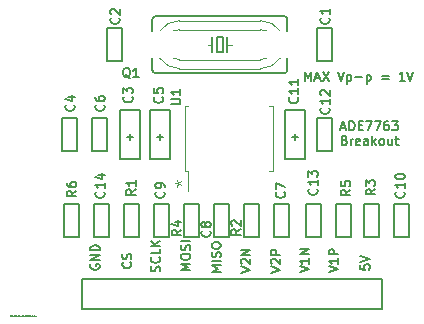
<source format=gto>
G04 #@! TF.GenerationSoftware,KiCad,Pcbnew,(5.99.0-8018-g9a0f685a75)*
G04 #@! TF.CreationDate,2021-09-12T19:48:39+09:30*
G04 #@! TF.ProjectId,ADE7763_Breakout,41444537-3736-4335-9f42-7265616b6f75,rev?*
G04 #@! TF.SameCoordinates,Original*
G04 #@! TF.FileFunction,Legend,Top*
G04 #@! TF.FilePolarity,Positive*
%FSLAX46Y46*%
G04 Gerber Fmt 4.6, Leading zero omitted, Abs format (unit mm)*
G04 Created by KiCad (PCBNEW (5.99.0-8018-g9a0f685a75)) date 2021-09-12 19:48:39*
%MOMM*%
%LPD*%
G01*
G04 APERTURE LIST*
%ADD10C,0.162560*%
%ADD11C,0.004064*%
%ADD12C,0.200000*%
%ADD13C,0.076200*%
%ADD14C,0.120000*%
%ADD15C,0.127000*%
%ADD16C,0.050800*%
%ADD17C,0.152400*%
G04 APERTURE END LIST*
D10*
X139818191Y-113919854D02*
X139854960Y-113956623D01*
X139891730Y-114066932D01*
X139891730Y-114140471D01*
X139854960Y-114250779D01*
X139781421Y-114324318D01*
X139707882Y-114361088D01*
X139560804Y-114397857D01*
X139450496Y-114397857D01*
X139303418Y-114361088D01*
X139229879Y-114324318D01*
X139156340Y-114250779D01*
X139119570Y-114140471D01*
X139119570Y-114066932D01*
X139156340Y-113956623D01*
X139193109Y-113919854D01*
X139854960Y-113625697D02*
X139891730Y-113515389D01*
X139891730Y-113331541D01*
X139854960Y-113258002D01*
X139818191Y-113221233D01*
X139744652Y-113184463D01*
X139671113Y-113184463D01*
X139597574Y-113221233D01*
X139560804Y-113258002D01*
X139524035Y-113331541D01*
X139487265Y-113478619D01*
X139450496Y-113552158D01*
X139413726Y-113588928D01*
X139340187Y-113625697D01*
X139266648Y-113625697D01*
X139193109Y-113588928D01*
X139156340Y-113552158D01*
X139119570Y-113478619D01*
X139119570Y-113294772D01*
X139156340Y-113184463D01*
X147460930Y-114691288D02*
X146688770Y-114691288D01*
X147240313Y-114433901D01*
X146688770Y-114176515D01*
X147460930Y-114176515D01*
X147460930Y-113808819D02*
X146688770Y-113808819D01*
X147424160Y-113477894D02*
X147460930Y-113367585D01*
X147460930Y-113183737D01*
X147424160Y-113110198D01*
X147387391Y-113073429D01*
X147313852Y-113036659D01*
X147240313Y-113036659D01*
X147166774Y-113073429D01*
X147130004Y-113110198D01*
X147093235Y-113183737D01*
X147056465Y-113330816D01*
X147019696Y-113404355D01*
X146982926Y-113441124D01*
X146909387Y-113477894D01*
X146835848Y-113477894D01*
X146762309Y-113441124D01*
X146725540Y-113404355D01*
X146688770Y-113330816D01*
X146688770Y-113146968D01*
X146725540Y-113036659D01*
X146688770Y-112558656D02*
X146688770Y-112411577D01*
X146725540Y-112338038D01*
X146799079Y-112264499D01*
X146946157Y-112227730D01*
X147203543Y-112227730D01*
X147350621Y-112264499D01*
X147424160Y-112338038D01*
X147460930Y-112411577D01*
X147460930Y-112558656D01*
X147424160Y-112632195D01*
X147350621Y-112705734D01*
X147203543Y-112742503D01*
X146946157Y-112742503D01*
X146799079Y-112705734D01*
X146725540Y-112632195D01*
X146688770Y-112558656D01*
D11*
X129657809Y-118453705D02*
X129655511Y-118456003D01*
X129648616Y-118458301D01*
X129644020Y-118458301D01*
X129637126Y-118456003D01*
X129632530Y-118451407D01*
X129630232Y-118446811D01*
X129627933Y-118437619D01*
X129627933Y-118430724D01*
X129630232Y-118421532D01*
X129632530Y-118416936D01*
X129637126Y-118412340D01*
X129644020Y-118410041D01*
X129648616Y-118410041D01*
X129655511Y-118412340D01*
X129657809Y-118414638D01*
X129678492Y-118453705D02*
X129680790Y-118456003D01*
X129678492Y-118458301D01*
X129676193Y-118456003D01*
X129678492Y-118453705D01*
X129678492Y-118458301D01*
X129678492Y-118428426D02*
X129680790Y-118430724D01*
X129678492Y-118433022D01*
X129676193Y-118430724D01*
X129678492Y-118428426D01*
X129678492Y-118433022D01*
X129735944Y-118407743D02*
X129694578Y-118469792D01*
X129752031Y-118410041D02*
X129752031Y-118449109D01*
X129754329Y-118453705D01*
X129756627Y-118456003D01*
X129761223Y-118458301D01*
X129770415Y-118458301D01*
X129775012Y-118456003D01*
X129777310Y-118453705D01*
X129779608Y-118449109D01*
X129779608Y-118410041D01*
X129800291Y-118456003D02*
X129804887Y-118458301D01*
X129814079Y-118458301D01*
X129818675Y-118456003D01*
X129820973Y-118451407D01*
X129820973Y-118449109D01*
X129818675Y-118444513D01*
X129814079Y-118442215D01*
X129807185Y-118442215D01*
X129802589Y-118439917D01*
X129800291Y-118435320D01*
X129800291Y-118433022D01*
X129802589Y-118428426D01*
X129807185Y-118426128D01*
X129814079Y-118426128D01*
X129818675Y-118428426D01*
X129860041Y-118456003D02*
X129855445Y-118458301D01*
X129846253Y-118458301D01*
X129841656Y-118456003D01*
X129839358Y-118451407D01*
X129839358Y-118433022D01*
X129841656Y-118428426D01*
X129846253Y-118426128D01*
X129855445Y-118426128D01*
X129860041Y-118428426D01*
X129862339Y-118433022D01*
X129862339Y-118437619D01*
X129839358Y-118442215D01*
X129883022Y-118458301D02*
X129883022Y-118426128D01*
X129883022Y-118435320D02*
X129885320Y-118430724D01*
X129887618Y-118428426D01*
X129892214Y-118426128D01*
X129896811Y-118426128D01*
X129910599Y-118456003D02*
X129915195Y-118458301D01*
X129924388Y-118458301D01*
X129928984Y-118456003D01*
X129931282Y-118451407D01*
X129931282Y-118449109D01*
X129928984Y-118444513D01*
X129924388Y-118442215D01*
X129917493Y-118442215D01*
X129912897Y-118439917D01*
X129910599Y-118435320D01*
X129910599Y-118433022D01*
X129912897Y-118428426D01*
X129917493Y-118426128D01*
X129924388Y-118426128D01*
X129928984Y-118428426D01*
X129986436Y-118407743D02*
X129945071Y-118469792D01*
X129995629Y-118426128D02*
X130014013Y-118426128D01*
X130002523Y-118410041D02*
X130002523Y-118451407D01*
X130004821Y-118456003D01*
X130009417Y-118458301D01*
X130014013Y-118458301D01*
X130030100Y-118458301D02*
X130030100Y-118426128D01*
X130030100Y-118410041D02*
X130027802Y-118412340D01*
X130030100Y-118414638D01*
X130032398Y-118412340D01*
X130030100Y-118410041D01*
X130030100Y-118414638D01*
X130050783Y-118456003D02*
X130055379Y-118458301D01*
X130064572Y-118458301D01*
X130069168Y-118456003D01*
X130071466Y-118451407D01*
X130071466Y-118449109D01*
X130069168Y-118444513D01*
X130064572Y-118442215D01*
X130057677Y-118442215D01*
X130053081Y-118439917D01*
X130050783Y-118435320D01*
X130050783Y-118433022D01*
X130053081Y-118428426D01*
X130057677Y-118426128D01*
X130064572Y-118426128D01*
X130069168Y-118428426D01*
X130092149Y-118458301D02*
X130092149Y-118410041D01*
X130112832Y-118458301D02*
X130112832Y-118433022D01*
X130110533Y-118428426D01*
X130105937Y-118426128D01*
X130099043Y-118426128D01*
X130094447Y-118428426D01*
X130092149Y-118430724D01*
X130156495Y-118458301D02*
X130156495Y-118433022D01*
X130154197Y-118428426D01*
X130149601Y-118426128D01*
X130140409Y-118426128D01*
X130135813Y-118428426D01*
X130156495Y-118456003D02*
X130151899Y-118458301D01*
X130140409Y-118458301D01*
X130135813Y-118456003D01*
X130133514Y-118451407D01*
X130133514Y-118446811D01*
X130135813Y-118442215D01*
X130140409Y-118439917D01*
X130151899Y-118439917D01*
X130156495Y-118437619D01*
X130179476Y-118458301D02*
X130179476Y-118426128D01*
X130179476Y-118430724D02*
X130181774Y-118428426D01*
X130186371Y-118426128D01*
X130193265Y-118426128D01*
X130197861Y-118428426D01*
X130200159Y-118433022D01*
X130200159Y-118458301D01*
X130200159Y-118433022D02*
X130202457Y-118428426D01*
X130207053Y-118426128D01*
X130213948Y-118426128D01*
X130218544Y-118428426D01*
X130220842Y-118433022D01*
X130220842Y-118458301D01*
X130278294Y-118407743D02*
X130236929Y-118469792D01*
X130294381Y-118458301D02*
X130294381Y-118410041D01*
X130312766Y-118410041D01*
X130317362Y-118412340D01*
X130319660Y-118414638D01*
X130321958Y-118419234D01*
X130321958Y-118426128D01*
X130319660Y-118430724D01*
X130317362Y-118433022D01*
X130312766Y-118435320D01*
X130294381Y-118435320D01*
X130342641Y-118458301D02*
X130342641Y-118426128D01*
X130342641Y-118410041D02*
X130340343Y-118412340D01*
X130342641Y-118414638D01*
X130344939Y-118412340D01*
X130342641Y-118410041D01*
X130342641Y-118414638D01*
X130386305Y-118456003D02*
X130381709Y-118458301D01*
X130372516Y-118458301D01*
X130367920Y-118456003D01*
X130365622Y-118453705D01*
X130363324Y-118449109D01*
X130363324Y-118435320D01*
X130365622Y-118430724D01*
X130367920Y-118428426D01*
X130372516Y-118426128D01*
X130381709Y-118426128D01*
X130386305Y-118428426D01*
X130400093Y-118426128D02*
X130418478Y-118426128D01*
X130406988Y-118410041D02*
X130406988Y-118451407D01*
X130409286Y-118456003D01*
X130413882Y-118458301D01*
X130418478Y-118458301D01*
X130455248Y-118426128D02*
X130455248Y-118458301D01*
X130434565Y-118426128D02*
X130434565Y-118451407D01*
X130436863Y-118456003D01*
X130441459Y-118458301D01*
X130448353Y-118458301D01*
X130452950Y-118456003D01*
X130455248Y-118453705D01*
X130478229Y-118458301D02*
X130478229Y-118426128D01*
X130478229Y-118435320D02*
X130480527Y-118430724D01*
X130482825Y-118428426D01*
X130487421Y-118426128D01*
X130492017Y-118426128D01*
X130526489Y-118456003D02*
X130521893Y-118458301D01*
X130512700Y-118458301D01*
X130508104Y-118456003D01*
X130505806Y-118451407D01*
X130505806Y-118433022D01*
X130508104Y-118428426D01*
X130512700Y-118426128D01*
X130521893Y-118426128D01*
X130526489Y-118428426D01*
X130528787Y-118433022D01*
X130528787Y-118437619D01*
X130505806Y-118442215D01*
X130547172Y-118456003D02*
X130551768Y-118458301D01*
X130560960Y-118458301D01*
X130565556Y-118456003D01*
X130567854Y-118451407D01*
X130567854Y-118449109D01*
X130565556Y-118444513D01*
X130560960Y-118442215D01*
X130554066Y-118442215D01*
X130549470Y-118439917D01*
X130547172Y-118435320D01*
X130547172Y-118433022D01*
X130549470Y-118428426D01*
X130554066Y-118426128D01*
X130560960Y-118426128D01*
X130565556Y-118428426D01*
X130623009Y-118407743D02*
X130581643Y-118469792D01*
X130636797Y-118444513D02*
X130659778Y-118444513D01*
X130632201Y-118458301D02*
X130648288Y-118410041D01*
X130664374Y-118458301D01*
X130680461Y-118458301D02*
X130680461Y-118426128D01*
X130680461Y-118435320D02*
X130682759Y-118430724D01*
X130685057Y-118428426D01*
X130689653Y-118426128D01*
X130694250Y-118426128D01*
X130703442Y-118426128D02*
X130721827Y-118426128D01*
X130710336Y-118410041D02*
X130710336Y-118451407D01*
X130712634Y-118456003D01*
X130717231Y-118458301D01*
X130721827Y-118458301D01*
X130733317Y-118426128D02*
X130742510Y-118458301D01*
X130751702Y-118435320D01*
X130760894Y-118458301D01*
X130770087Y-118426128D01*
X130795366Y-118458301D02*
X130790770Y-118456003D01*
X130788472Y-118453705D01*
X130786173Y-118449109D01*
X130786173Y-118435320D01*
X130788472Y-118430724D01*
X130790770Y-118428426D01*
X130795366Y-118426128D01*
X130802260Y-118426128D01*
X130806856Y-118428426D01*
X130809154Y-118430724D01*
X130811453Y-118435320D01*
X130811453Y-118449109D01*
X130809154Y-118453705D01*
X130806856Y-118456003D01*
X130802260Y-118458301D01*
X130795366Y-118458301D01*
X130832135Y-118458301D02*
X130832135Y-118426128D01*
X130832135Y-118435320D02*
X130834433Y-118430724D01*
X130836732Y-118428426D01*
X130841328Y-118426128D01*
X130845924Y-118426128D01*
X130862011Y-118458301D02*
X130862011Y-118410041D01*
X130866607Y-118439917D02*
X130880395Y-118458301D01*
X130880395Y-118426128D02*
X130862011Y-118444513D01*
X130935550Y-118407743D02*
X130894184Y-118469792D01*
X130947040Y-118426128D02*
X130956233Y-118458301D01*
X130965425Y-118435320D01*
X130974617Y-118458301D01*
X130983810Y-118426128D01*
X131002194Y-118458301D02*
X131002194Y-118410041D01*
X131022877Y-118458301D02*
X131022877Y-118433022D01*
X131020579Y-118428426D01*
X131015983Y-118426128D01*
X131009089Y-118426128D01*
X131004493Y-118428426D01*
X131002194Y-118430724D01*
X131066541Y-118458301D02*
X131066541Y-118433022D01*
X131064243Y-118428426D01*
X131059647Y-118426128D01*
X131050454Y-118426128D01*
X131045858Y-118428426D01*
X131066541Y-118456003D02*
X131061945Y-118458301D01*
X131050454Y-118458301D01*
X131045858Y-118456003D01*
X131043560Y-118451407D01*
X131043560Y-118446811D01*
X131045858Y-118442215D01*
X131050454Y-118439917D01*
X131061945Y-118439917D01*
X131066541Y-118437619D01*
X131082628Y-118426128D02*
X131101013Y-118426128D01*
X131089522Y-118410041D02*
X131089522Y-118451407D01*
X131091820Y-118456003D01*
X131096416Y-118458301D01*
X131101013Y-118458301D01*
X131117099Y-118426128D02*
X131117099Y-118458301D01*
X131117099Y-118430724D02*
X131119397Y-118428426D01*
X131123993Y-118426128D01*
X131130888Y-118426128D01*
X131135484Y-118428426D01*
X131137782Y-118433022D01*
X131137782Y-118458301D01*
X131160763Y-118458301D02*
X131160763Y-118426128D01*
X131160763Y-118410041D02*
X131158465Y-118412340D01*
X131160763Y-118414638D01*
X131163061Y-118412340D01*
X131160763Y-118410041D01*
X131160763Y-118414638D01*
X131204427Y-118456003D02*
X131199831Y-118458301D01*
X131190638Y-118458301D01*
X131186042Y-118456003D01*
X131183744Y-118453705D01*
X131181446Y-118449109D01*
X131181446Y-118435320D01*
X131183744Y-118430724D01*
X131186042Y-118428426D01*
X131190638Y-118426128D01*
X131199831Y-118426128D01*
X131204427Y-118428426D01*
X131225110Y-118458301D02*
X131225110Y-118410041D01*
X131229706Y-118439917D02*
X131243494Y-118458301D01*
X131243494Y-118426128D02*
X131225110Y-118444513D01*
X131252687Y-118462898D02*
X131289456Y-118462898D01*
X131319332Y-118456003D02*
X131314735Y-118458301D01*
X131305543Y-118458301D01*
X131300947Y-118456003D01*
X131298649Y-118451407D01*
X131298649Y-118433022D01*
X131300947Y-118428426D01*
X131305543Y-118426128D01*
X131314735Y-118426128D01*
X131319332Y-118428426D01*
X131321630Y-118433022D01*
X131321630Y-118437619D01*
X131298649Y-118442215D01*
X131349207Y-118458301D02*
X131344611Y-118456003D01*
X131342313Y-118451407D01*
X131342313Y-118410041D01*
X131385976Y-118456003D02*
X131381380Y-118458301D01*
X131372188Y-118458301D01*
X131367592Y-118456003D01*
X131365293Y-118451407D01*
X131365293Y-118433022D01*
X131367592Y-118428426D01*
X131372188Y-118426128D01*
X131381380Y-118426128D01*
X131385976Y-118428426D01*
X131388274Y-118433022D01*
X131388274Y-118437619D01*
X131365293Y-118442215D01*
X131429640Y-118456003D02*
X131425044Y-118458301D01*
X131415852Y-118458301D01*
X131411255Y-118456003D01*
X131408957Y-118453705D01*
X131406659Y-118449109D01*
X131406659Y-118435320D01*
X131408957Y-118430724D01*
X131411255Y-118428426D01*
X131415852Y-118426128D01*
X131425044Y-118426128D01*
X131429640Y-118428426D01*
X131438833Y-118462898D02*
X131475602Y-118462898D01*
X131493987Y-118458301D02*
X131489391Y-118456003D01*
X131487093Y-118451407D01*
X131487093Y-118410041D01*
X131519266Y-118458301D02*
X131514670Y-118456003D01*
X131512372Y-118453705D01*
X131510073Y-118449109D01*
X131510073Y-118435320D01*
X131512372Y-118430724D01*
X131514670Y-118428426D01*
X131519266Y-118426128D01*
X131526160Y-118426128D01*
X131530756Y-118428426D01*
X131533054Y-118430724D01*
X131535353Y-118435320D01*
X131535353Y-118449109D01*
X131533054Y-118453705D01*
X131530756Y-118456003D01*
X131526160Y-118458301D01*
X131519266Y-118458301D01*
X131576718Y-118426128D02*
X131576718Y-118465196D01*
X131574420Y-118469792D01*
X131572122Y-118472090D01*
X131567526Y-118474388D01*
X131560632Y-118474388D01*
X131556035Y-118472090D01*
X131576718Y-118456003D02*
X131572122Y-118458301D01*
X131562930Y-118458301D01*
X131558333Y-118456003D01*
X131556035Y-118453705D01*
X131553737Y-118449109D01*
X131553737Y-118435320D01*
X131556035Y-118430724D01*
X131558333Y-118428426D01*
X131562930Y-118426128D01*
X131572122Y-118426128D01*
X131576718Y-118428426D01*
X131606593Y-118458301D02*
X131601997Y-118456003D01*
X131599699Y-118453705D01*
X131597401Y-118449109D01*
X131597401Y-118435320D01*
X131599699Y-118430724D01*
X131601997Y-118428426D01*
X131606593Y-118426128D01*
X131613488Y-118426128D01*
X131618084Y-118428426D01*
X131620382Y-118430724D01*
X131622680Y-118435320D01*
X131622680Y-118449109D01*
X131620382Y-118453705D01*
X131618084Y-118456003D01*
X131613488Y-118458301D01*
X131606593Y-118458301D01*
X131643363Y-118453705D02*
X131645661Y-118456003D01*
X131643363Y-118458301D01*
X131641065Y-118456003D01*
X131643363Y-118453705D01*
X131643363Y-118458301D01*
X131666344Y-118458301D02*
X131666344Y-118410041D01*
X131666344Y-118428426D02*
X131670940Y-118426128D01*
X131680133Y-118426128D01*
X131684729Y-118428426D01*
X131687027Y-118430724D01*
X131689325Y-118435320D01*
X131689325Y-118449109D01*
X131687027Y-118453705D01*
X131684729Y-118456003D01*
X131680133Y-118458301D01*
X131670940Y-118458301D01*
X131666344Y-118456003D01*
X131710008Y-118458301D02*
X131710008Y-118426128D01*
X131710008Y-118430724D02*
X131712306Y-118428426D01*
X131716902Y-118426128D01*
X131723796Y-118426128D01*
X131728393Y-118428426D01*
X131730691Y-118433022D01*
X131730691Y-118458301D01*
X131730691Y-118433022D02*
X131732989Y-118428426D01*
X131737585Y-118426128D01*
X131744479Y-118426128D01*
X131749075Y-118428426D01*
X131751373Y-118433022D01*
X131751373Y-118458301D01*
X131774354Y-118426128D02*
X131774354Y-118474388D01*
X131774354Y-118428426D02*
X131778951Y-118426128D01*
X131788143Y-118426128D01*
X131792739Y-118428426D01*
X131795037Y-118430724D01*
X131797335Y-118435320D01*
X131797335Y-118449109D01*
X131795037Y-118453705D01*
X131792739Y-118456003D01*
X131788143Y-118458301D01*
X131778951Y-118458301D01*
X131774354Y-118456003D01*
D10*
X154130970Y-114750796D02*
X154903130Y-114493410D01*
X154130970Y-114236023D01*
X154903130Y-113574172D02*
X154903130Y-114015406D01*
X154903130Y-113794789D02*
X154130970Y-113794789D01*
X154241279Y-113868328D01*
X154314818Y-113941867D01*
X154351587Y-114015406D01*
X154903130Y-113243246D02*
X154130970Y-113243246D01*
X154903130Y-112802012D01*
X154130970Y-112802012D01*
X144870130Y-114538888D02*
X144097970Y-114538888D01*
X144649513Y-114281501D01*
X144097970Y-114024115D01*
X144870130Y-114024115D01*
X144097970Y-113509341D02*
X144097970Y-113362263D01*
X144134740Y-113288724D01*
X144208279Y-113215185D01*
X144355357Y-113178416D01*
X144612743Y-113178416D01*
X144759821Y-113215185D01*
X144833360Y-113288724D01*
X144870130Y-113362263D01*
X144870130Y-113509341D01*
X144833360Y-113582880D01*
X144759821Y-113656419D01*
X144612743Y-113693189D01*
X144355357Y-113693189D01*
X144208279Y-113656419D01*
X144134740Y-113582880D01*
X144097970Y-113509341D01*
X144833360Y-112884259D02*
X144870130Y-112773951D01*
X144870130Y-112590103D01*
X144833360Y-112516564D01*
X144796591Y-112479795D01*
X144723052Y-112443025D01*
X144649513Y-112443025D01*
X144575974Y-112479795D01*
X144539204Y-112516564D01*
X144502435Y-112590103D01*
X144465665Y-112737181D01*
X144428896Y-112810720D01*
X144392126Y-112847490D01*
X144318587Y-112884259D01*
X144245048Y-112884259D01*
X144171509Y-112847490D01*
X144134740Y-112810720D01*
X144097970Y-112737181D01*
X144097970Y-112553334D01*
X144134740Y-112443025D01*
X144870130Y-112112099D02*
X144097970Y-112112099D01*
X151717970Y-114776196D02*
X152490130Y-114518810D01*
X151717970Y-114261423D01*
X151791509Y-114040806D02*
X151754740Y-114004036D01*
X151717970Y-113930497D01*
X151717970Y-113746650D01*
X151754740Y-113673111D01*
X151791509Y-113636341D01*
X151865048Y-113599572D01*
X151938587Y-113599572D01*
X152048896Y-113636341D01*
X152490130Y-114077576D01*
X152490130Y-113599572D01*
X152490130Y-113268646D02*
X151717970Y-113268646D01*
X151717970Y-112974490D01*
X151754740Y-112900951D01*
X151791509Y-112864181D01*
X151865048Y-112827412D01*
X151975357Y-112827412D01*
X152048896Y-112864181D01*
X152085665Y-112900951D01*
X152122435Y-112974490D01*
X152122435Y-113268646D01*
X159287170Y-114120393D02*
X159287170Y-114488088D01*
X159654865Y-114524857D01*
X159618096Y-114488088D01*
X159581326Y-114414549D01*
X159581326Y-114230701D01*
X159618096Y-114157162D01*
X159654865Y-114120393D01*
X159728404Y-114083623D01*
X159912252Y-114083623D01*
X159985791Y-114120393D01*
X160022560Y-114157162D01*
X160059330Y-114230701D01*
X160059330Y-114414549D01*
X160022560Y-114488088D01*
X159985791Y-114524857D01*
X159287170Y-113863006D02*
X160059330Y-113605619D01*
X159287170Y-113348233D01*
X157656442Y-102507435D02*
X158024137Y-102507435D01*
X157582903Y-102728052D02*
X157840289Y-101955892D01*
X158097676Y-102728052D01*
X158355063Y-102728052D02*
X158355063Y-101955892D01*
X158538910Y-101955892D01*
X158649219Y-101992662D01*
X158722758Y-102066201D01*
X158759527Y-102139740D01*
X158796297Y-102286818D01*
X158796297Y-102397126D01*
X158759527Y-102544204D01*
X158722758Y-102617743D01*
X158649219Y-102691282D01*
X158538910Y-102728052D01*
X158355063Y-102728052D01*
X159127223Y-102323587D02*
X159384609Y-102323587D01*
X159494918Y-102728052D02*
X159127223Y-102728052D01*
X159127223Y-101955892D01*
X159494918Y-101955892D01*
X159752304Y-101955892D02*
X160267078Y-101955892D01*
X159936152Y-102728052D01*
X160487695Y-101955892D02*
X161002468Y-101955892D01*
X160671543Y-102728052D01*
X161627550Y-101955892D02*
X161480472Y-101955892D01*
X161406933Y-101992662D01*
X161370164Y-102029431D01*
X161296624Y-102139740D01*
X161259855Y-102286818D01*
X161259855Y-102580974D01*
X161296624Y-102654513D01*
X161333394Y-102691282D01*
X161406933Y-102728052D01*
X161554011Y-102728052D01*
X161627550Y-102691282D01*
X161664320Y-102654513D01*
X161701089Y-102580974D01*
X161701089Y-102397126D01*
X161664320Y-102323587D01*
X161627550Y-102286818D01*
X161554011Y-102250048D01*
X161406933Y-102250048D01*
X161333394Y-102286818D01*
X161296624Y-102323587D01*
X161259855Y-102397126D01*
X161958476Y-101955892D02*
X162436480Y-101955892D01*
X162179093Y-102250048D01*
X162289402Y-102250048D01*
X162362941Y-102286818D01*
X162399710Y-102323587D01*
X162436480Y-102397126D01*
X162436480Y-102580974D01*
X162399710Y-102654513D01*
X162362941Y-102691282D01*
X162289402Y-102728052D01*
X162068784Y-102728052D01*
X161995245Y-102691282D01*
X161958476Y-102654513D01*
X157950598Y-103566765D02*
X158060906Y-103603535D01*
X158097676Y-103640304D01*
X158134445Y-103713843D01*
X158134445Y-103824152D01*
X158097676Y-103897691D01*
X158060906Y-103934460D01*
X157987367Y-103971230D01*
X157693211Y-103971230D01*
X157693211Y-103199070D01*
X157950598Y-103199070D01*
X158024137Y-103235840D01*
X158060906Y-103272609D01*
X158097676Y-103346148D01*
X158097676Y-103419687D01*
X158060906Y-103493226D01*
X158024137Y-103529996D01*
X157950598Y-103566765D01*
X157693211Y-103566765D01*
X158465371Y-103971230D02*
X158465371Y-103456457D01*
X158465371Y-103603535D02*
X158502141Y-103529996D01*
X158538910Y-103493226D01*
X158612449Y-103456457D01*
X158685988Y-103456457D01*
X159237531Y-103934460D02*
X159163992Y-103971230D01*
X159016914Y-103971230D01*
X158943375Y-103934460D01*
X158906605Y-103860921D01*
X158906605Y-103566765D01*
X158943375Y-103493226D01*
X159016914Y-103456457D01*
X159163992Y-103456457D01*
X159237531Y-103493226D01*
X159274301Y-103566765D01*
X159274301Y-103640304D01*
X158906605Y-103713843D01*
X159936152Y-103971230D02*
X159936152Y-103566765D01*
X159899383Y-103493226D01*
X159825844Y-103456457D01*
X159678765Y-103456457D01*
X159605226Y-103493226D01*
X159936152Y-103934460D02*
X159862613Y-103971230D01*
X159678765Y-103971230D01*
X159605226Y-103934460D01*
X159568457Y-103860921D01*
X159568457Y-103787382D01*
X159605226Y-103713843D01*
X159678765Y-103677074D01*
X159862613Y-103677074D01*
X159936152Y-103640304D01*
X160303847Y-103971230D02*
X160303847Y-103199070D01*
X160377386Y-103677074D02*
X160598004Y-103971230D01*
X160598004Y-103456457D02*
X160303847Y-103750613D01*
X161039238Y-103971230D02*
X160965699Y-103934460D01*
X160928929Y-103897691D01*
X160892160Y-103824152D01*
X160892160Y-103603535D01*
X160928929Y-103529996D01*
X160965699Y-103493226D01*
X161039238Y-103456457D01*
X161149546Y-103456457D01*
X161223085Y-103493226D01*
X161259855Y-103529996D01*
X161296624Y-103603535D01*
X161296624Y-103824152D01*
X161259855Y-103897691D01*
X161223085Y-103934460D01*
X161149546Y-103971230D01*
X161039238Y-103971230D01*
X161958476Y-103456457D02*
X161958476Y-103971230D01*
X161627550Y-103456457D02*
X161627550Y-103860921D01*
X161664320Y-103934460D01*
X161737859Y-103971230D01*
X161848167Y-103971230D01*
X161921706Y-103934460D01*
X161958476Y-103897691D01*
X162215863Y-103456457D02*
X162510019Y-103456457D01*
X162326171Y-103199070D02*
X162326171Y-103860921D01*
X162362941Y-103934460D01*
X162436480Y-103971230D01*
X162510019Y-103971230D01*
X154619811Y-98535630D02*
X154619811Y-97763470D01*
X154877198Y-98315013D01*
X155134584Y-97763470D01*
X155134584Y-98535630D01*
X155465510Y-98315013D02*
X155833205Y-98315013D01*
X155391971Y-98535630D02*
X155649358Y-97763470D01*
X155906744Y-98535630D01*
X156090592Y-97763470D02*
X156605365Y-98535630D01*
X156605365Y-97763470D02*
X156090592Y-98535630D01*
X157377525Y-97763470D02*
X157634912Y-98535630D01*
X157892299Y-97763470D01*
X158149685Y-98020857D02*
X158149685Y-98793017D01*
X158149685Y-98057626D02*
X158223224Y-98020857D01*
X158370303Y-98020857D01*
X158443842Y-98057626D01*
X158480611Y-98094396D01*
X158517381Y-98167935D01*
X158517381Y-98388552D01*
X158480611Y-98462091D01*
X158443842Y-98498860D01*
X158370303Y-98535630D01*
X158223224Y-98535630D01*
X158149685Y-98498860D01*
X158848306Y-98241474D02*
X159436619Y-98241474D01*
X159804314Y-98020857D02*
X159804314Y-98793017D01*
X159804314Y-98057626D02*
X159877853Y-98020857D01*
X160024931Y-98020857D01*
X160098470Y-98057626D01*
X160135240Y-98094396D01*
X160172009Y-98167935D01*
X160172009Y-98388552D01*
X160135240Y-98462091D01*
X160098470Y-98498860D01*
X160024931Y-98535630D01*
X159877853Y-98535630D01*
X159804314Y-98498860D01*
X161091247Y-98131165D02*
X161679560Y-98131165D01*
X161679560Y-98351782D02*
X161091247Y-98351782D01*
X163040032Y-98535630D02*
X162598798Y-98535630D01*
X162819415Y-98535630D02*
X162819415Y-97763470D01*
X162745876Y-97873779D01*
X162672337Y-97947318D01*
X162598798Y-97984087D01*
X163260649Y-97763470D02*
X163518036Y-98535630D01*
X163775423Y-97763470D01*
X156620170Y-114750796D02*
X157392330Y-114493410D01*
X156620170Y-114236023D01*
X157392330Y-113574172D02*
X157392330Y-114015406D01*
X157392330Y-113794789D02*
X156620170Y-113794789D01*
X156730479Y-113868328D01*
X156804018Y-113941867D01*
X156840787Y-114015406D01*
X157392330Y-113243246D02*
X156620170Y-113243246D01*
X156620170Y-112949090D01*
X156656940Y-112875551D01*
X156693709Y-112838781D01*
X156767248Y-112802012D01*
X156877557Y-112802012D01*
X156951096Y-112838781D01*
X156987865Y-112875551D01*
X157024635Y-112949090D01*
X157024635Y-113243246D01*
X149152570Y-114776196D02*
X149924730Y-114518810D01*
X149152570Y-114261423D01*
X149226109Y-114040806D02*
X149189340Y-114004036D01*
X149152570Y-113930497D01*
X149152570Y-113746650D01*
X149189340Y-113673111D01*
X149226109Y-113636341D01*
X149299648Y-113599572D01*
X149373187Y-113599572D01*
X149483496Y-113636341D01*
X149924730Y-114077576D01*
X149924730Y-113599572D01*
X149924730Y-113268646D02*
X149152570Y-113268646D01*
X149924730Y-112827412D01*
X149152570Y-112827412D01*
X136463940Y-114083623D02*
X136427170Y-114157162D01*
X136427170Y-114267471D01*
X136463940Y-114377779D01*
X136537479Y-114451318D01*
X136611018Y-114488088D01*
X136758096Y-114524857D01*
X136868404Y-114524857D01*
X137015482Y-114488088D01*
X137089021Y-114451318D01*
X137162560Y-114377779D01*
X137199330Y-114267471D01*
X137199330Y-114193932D01*
X137162560Y-114083623D01*
X137125791Y-114046854D01*
X136868404Y-114046854D01*
X136868404Y-114193932D01*
X137199330Y-113715928D02*
X136427170Y-113715928D01*
X137199330Y-113274694D01*
X136427170Y-113274694D01*
X137199330Y-112906998D02*
X136427170Y-112906998D01*
X136427170Y-112723151D01*
X136463940Y-112612842D01*
X136537479Y-112539303D01*
X136611018Y-112502534D01*
X136758096Y-112465764D01*
X136868404Y-112465764D01*
X137015482Y-112502534D01*
X137089021Y-112539303D01*
X137162560Y-112612842D01*
X137199330Y-112723151D01*
X137199330Y-112906998D01*
X142293360Y-114677257D02*
X142330130Y-114566949D01*
X142330130Y-114383101D01*
X142293360Y-114309562D01*
X142256591Y-114272793D01*
X142183052Y-114236023D01*
X142109513Y-114236023D01*
X142035974Y-114272793D01*
X141999204Y-114309562D01*
X141962435Y-114383101D01*
X141925665Y-114530179D01*
X141888896Y-114603718D01*
X141852126Y-114640488D01*
X141778587Y-114677257D01*
X141705048Y-114677257D01*
X141631509Y-114640488D01*
X141594740Y-114603718D01*
X141557970Y-114530179D01*
X141557970Y-114346332D01*
X141594740Y-114236023D01*
X142256591Y-113463863D02*
X142293360Y-113500633D01*
X142330130Y-113610941D01*
X142330130Y-113684480D01*
X142293360Y-113794789D01*
X142219821Y-113868328D01*
X142146282Y-113905097D01*
X141999204Y-113941867D01*
X141888896Y-113941867D01*
X141741818Y-113905097D01*
X141668279Y-113868328D01*
X141594740Y-113794789D01*
X141557970Y-113684480D01*
X141557970Y-113610941D01*
X141594740Y-113500633D01*
X141631509Y-113463863D01*
X142330130Y-112765242D02*
X142330130Y-113132937D01*
X141557970Y-113132937D01*
X142330130Y-112507856D02*
X141557970Y-112507856D01*
X142330130Y-112066621D02*
X141888896Y-112397547D01*
X141557970Y-112066621D02*
X141999204Y-112507856D01*
D12*
X143249704Y-100507723D02*
X143897323Y-100507723D01*
X143973514Y-100469628D01*
X144011609Y-100431533D01*
X144049704Y-100355342D01*
X144049704Y-100202961D01*
X144011609Y-100126771D01*
X143973514Y-100088676D01*
X143897323Y-100050580D01*
X143249704Y-100050580D01*
X144049704Y-99250580D02*
X144049704Y-99707723D01*
X144049704Y-99479152D02*
X143249704Y-99479152D01*
X143363990Y-99555342D01*
X143440180Y-99631533D01*
X143478276Y-99707723D01*
D13*
X143592147Y-107207250D02*
X143879409Y-107207250D01*
X143764504Y-107494512D02*
X143879409Y-107207250D01*
X143764504Y-106919989D01*
X144109219Y-107379608D02*
X143879409Y-107207250D01*
X144109219Y-107034893D01*
D12*
X156603714Y-93202380D02*
X156641809Y-93240476D01*
X156679904Y-93354761D01*
X156679904Y-93430952D01*
X156641809Y-93545238D01*
X156565619Y-93621428D01*
X156489428Y-93659523D01*
X156337047Y-93697619D01*
X156222761Y-93697619D01*
X156070380Y-93659523D01*
X155994190Y-93621428D01*
X155918000Y-93545238D01*
X155879904Y-93430952D01*
X155879904Y-93354761D01*
X155918000Y-93240476D01*
X155956095Y-93202380D01*
X156679904Y-92440476D02*
X156679904Y-92897619D01*
X156679904Y-92669047D02*
X155879904Y-92669047D01*
X155994190Y-92745238D01*
X156070380Y-92821428D01*
X156108476Y-92897619D01*
X162953714Y-107934380D02*
X162991809Y-107972476D01*
X163029904Y-108086761D01*
X163029904Y-108162952D01*
X162991809Y-108277238D01*
X162915619Y-108353428D01*
X162839428Y-108391523D01*
X162687047Y-108429619D01*
X162572761Y-108429619D01*
X162420380Y-108391523D01*
X162344190Y-108353428D01*
X162268000Y-108277238D01*
X162229904Y-108162952D01*
X162229904Y-108086761D01*
X162268000Y-107972476D01*
X162306095Y-107934380D01*
X163029904Y-107172476D02*
X163029904Y-107629619D01*
X163029904Y-107401047D02*
X162229904Y-107401047D01*
X162344190Y-107477238D01*
X162420380Y-107553428D01*
X162458476Y-107629619D01*
X162229904Y-106677238D02*
X162229904Y-106601047D01*
X162268000Y-106524857D01*
X162306095Y-106486761D01*
X162382285Y-106448666D01*
X162534666Y-106410571D01*
X162725142Y-106410571D01*
X162877523Y-106448666D01*
X162953714Y-106486761D01*
X162991809Y-106524857D01*
X163029904Y-106601047D01*
X163029904Y-106677238D01*
X162991809Y-106753428D01*
X162953714Y-106791523D01*
X162877523Y-106829619D01*
X162725142Y-106867714D01*
X162534666Y-106867714D01*
X162382285Y-106829619D01*
X162306095Y-106791523D01*
X162268000Y-106753428D01*
X162229904Y-106677238D01*
X153962114Y-99933380D02*
X154000209Y-99971476D01*
X154038304Y-100085761D01*
X154038304Y-100161952D01*
X154000209Y-100276238D01*
X153924019Y-100352428D01*
X153847828Y-100390523D01*
X153695447Y-100428619D01*
X153581161Y-100428619D01*
X153428780Y-100390523D01*
X153352590Y-100352428D01*
X153276400Y-100276238D01*
X153238304Y-100161952D01*
X153238304Y-100085761D01*
X153276400Y-99971476D01*
X153314495Y-99933380D01*
X154038304Y-99171476D02*
X154038304Y-99628619D01*
X154038304Y-99400047D02*
X153238304Y-99400047D01*
X153352590Y-99476238D01*
X153428780Y-99552428D01*
X153466876Y-99628619D01*
X154038304Y-98409571D02*
X154038304Y-98866714D01*
X154038304Y-98638142D02*
X153238304Y-98638142D01*
X153352590Y-98714333D01*
X153428780Y-98790523D01*
X153466876Y-98866714D01*
X156603714Y-100822380D02*
X156641809Y-100860476D01*
X156679904Y-100974761D01*
X156679904Y-101050952D01*
X156641809Y-101165238D01*
X156565619Y-101241428D01*
X156489428Y-101279523D01*
X156337047Y-101317619D01*
X156222761Y-101317619D01*
X156070380Y-101279523D01*
X155994190Y-101241428D01*
X155918000Y-101165238D01*
X155879904Y-101050952D01*
X155879904Y-100974761D01*
X155918000Y-100860476D01*
X155956095Y-100822380D01*
X156679904Y-100060476D02*
X156679904Y-100517619D01*
X156679904Y-100289047D02*
X155879904Y-100289047D01*
X155994190Y-100365238D01*
X156070380Y-100441428D01*
X156108476Y-100517619D01*
X155956095Y-99755714D02*
X155918000Y-99717619D01*
X155879904Y-99641428D01*
X155879904Y-99450952D01*
X155918000Y-99374761D01*
X155956095Y-99336666D01*
X156032285Y-99298571D01*
X156108476Y-99298571D01*
X156222761Y-99336666D01*
X156679904Y-99793809D01*
X156679904Y-99298571D01*
X138823714Y-93202380D02*
X138861809Y-93240476D01*
X138899904Y-93354761D01*
X138899904Y-93430952D01*
X138861809Y-93545238D01*
X138785619Y-93621428D01*
X138709428Y-93659523D01*
X138557047Y-93697619D01*
X138442761Y-93697619D01*
X138290380Y-93659523D01*
X138214190Y-93621428D01*
X138138000Y-93545238D01*
X138099904Y-93430952D01*
X138099904Y-93354761D01*
X138138000Y-93240476D01*
X138176095Y-93202380D01*
X138176095Y-92897619D02*
X138138000Y-92859523D01*
X138099904Y-92783333D01*
X138099904Y-92592857D01*
X138138000Y-92516666D01*
X138176095Y-92478571D01*
X138252285Y-92440476D01*
X138328476Y-92440476D01*
X138442761Y-92478571D01*
X138899904Y-92935714D01*
X138899904Y-92440476D01*
X139931414Y-99877380D02*
X139969509Y-99915476D01*
X140007604Y-100029761D01*
X140007604Y-100105952D01*
X139969509Y-100220238D01*
X139893319Y-100296428D01*
X139817128Y-100334523D01*
X139664747Y-100372619D01*
X139550461Y-100372619D01*
X139398080Y-100334523D01*
X139321890Y-100296428D01*
X139245700Y-100220238D01*
X139207604Y-100105952D01*
X139207604Y-100029761D01*
X139245700Y-99915476D01*
X139283795Y-99877380D01*
X139207604Y-99610714D02*
X139207604Y-99115476D01*
X139512366Y-99382142D01*
X139512366Y-99267857D01*
X139550461Y-99191666D01*
X139588557Y-99153571D01*
X139664747Y-99115476D01*
X139855223Y-99115476D01*
X139931414Y-99153571D01*
X139969509Y-99191666D01*
X140007604Y-99267857D01*
X140007604Y-99496428D01*
X139969509Y-99572619D01*
X139931414Y-99610714D01*
X135013714Y-100568380D02*
X135051809Y-100606476D01*
X135089904Y-100720761D01*
X135089904Y-100796952D01*
X135051809Y-100911238D01*
X134975619Y-100987428D01*
X134899428Y-101025523D01*
X134747047Y-101063619D01*
X134632761Y-101063619D01*
X134480380Y-101025523D01*
X134404190Y-100987428D01*
X134328000Y-100911238D01*
X134289904Y-100796952D01*
X134289904Y-100720761D01*
X134328000Y-100606476D01*
X134366095Y-100568380D01*
X134556571Y-99882666D02*
X135089904Y-99882666D01*
X134251809Y-100073142D02*
X134823238Y-100263619D01*
X134823238Y-99768380D01*
X142496814Y-99902780D02*
X142534909Y-99940876D01*
X142573004Y-100055161D01*
X142573004Y-100131352D01*
X142534909Y-100245638D01*
X142458719Y-100321828D01*
X142382528Y-100359923D01*
X142230147Y-100398019D01*
X142115861Y-100398019D01*
X141963480Y-100359923D01*
X141887290Y-100321828D01*
X141811100Y-100245638D01*
X141773004Y-100131352D01*
X141773004Y-100055161D01*
X141811100Y-99940876D01*
X141849195Y-99902780D01*
X141773004Y-99178971D02*
X141773004Y-99559923D01*
X142153957Y-99598019D01*
X142115861Y-99559923D01*
X142077766Y-99483733D01*
X142077766Y-99293257D01*
X142115861Y-99217066D01*
X142153957Y-99178971D01*
X142230147Y-99140876D01*
X142420623Y-99140876D01*
X142496814Y-99178971D01*
X142534909Y-99217066D01*
X142573004Y-99293257D01*
X142573004Y-99483733D01*
X142534909Y-99559923D01*
X142496814Y-99598019D01*
X137553714Y-100568380D02*
X137591809Y-100606476D01*
X137629904Y-100720761D01*
X137629904Y-100796952D01*
X137591809Y-100911238D01*
X137515619Y-100987428D01*
X137439428Y-101025523D01*
X137287047Y-101063619D01*
X137172761Y-101063619D01*
X137020380Y-101025523D01*
X136944190Y-100987428D01*
X136868000Y-100911238D01*
X136829904Y-100796952D01*
X136829904Y-100720761D01*
X136868000Y-100606476D01*
X136906095Y-100568380D01*
X136829904Y-99882666D02*
X136829904Y-100035047D01*
X136868000Y-100111238D01*
X136906095Y-100149333D01*
X137020380Y-100225523D01*
X137172761Y-100263619D01*
X137477523Y-100263619D01*
X137553714Y-100225523D01*
X137591809Y-100187428D01*
X137629904Y-100111238D01*
X137629904Y-99958857D01*
X137591809Y-99882666D01*
X137553714Y-99844571D01*
X137477523Y-99806476D01*
X137287047Y-99806476D01*
X137210857Y-99844571D01*
X137172761Y-99882666D01*
X137134666Y-99958857D01*
X137134666Y-100111238D01*
X137172761Y-100187428D01*
X137210857Y-100225523D01*
X137287047Y-100263619D01*
X152844514Y-107959780D02*
X152882609Y-107997876D01*
X152920704Y-108112161D01*
X152920704Y-108188352D01*
X152882609Y-108302638D01*
X152806419Y-108378828D01*
X152730228Y-108416923D01*
X152577847Y-108455019D01*
X152463561Y-108455019D01*
X152311180Y-108416923D01*
X152234990Y-108378828D01*
X152158800Y-108302638D01*
X152120704Y-108188352D01*
X152120704Y-108112161D01*
X152158800Y-107997876D01*
X152196895Y-107959780D01*
X152120704Y-107693114D02*
X152120704Y-107159780D01*
X152920704Y-107502638D01*
X146545214Y-111231380D02*
X146583309Y-111269476D01*
X146621404Y-111383761D01*
X146621404Y-111459952D01*
X146583309Y-111574238D01*
X146507119Y-111650428D01*
X146430928Y-111688523D01*
X146278547Y-111726619D01*
X146164261Y-111726619D01*
X146011880Y-111688523D01*
X145935690Y-111650428D01*
X145859500Y-111574238D01*
X145821404Y-111459952D01*
X145821404Y-111383761D01*
X145859500Y-111269476D01*
X145897595Y-111231380D01*
X146164261Y-110774238D02*
X146126166Y-110850428D01*
X146088071Y-110888523D01*
X146011880Y-110926619D01*
X145973785Y-110926619D01*
X145897595Y-110888523D01*
X145859500Y-110850428D01*
X145821404Y-110774238D01*
X145821404Y-110621857D01*
X145859500Y-110545666D01*
X145897595Y-110507571D01*
X145973785Y-110469476D01*
X146011880Y-110469476D01*
X146088071Y-110507571D01*
X146126166Y-110545666D01*
X146164261Y-110621857D01*
X146164261Y-110774238D01*
X146202357Y-110850428D01*
X146240452Y-110888523D01*
X146316642Y-110926619D01*
X146469023Y-110926619D01*
X146545214Y-110888523D01*
X146583309Y-110850428D01*
X146621404Y-110774238D01*
X146621404Y-110621857D01*
X146583309Y-110545666D01*
X146545214Y-110507571D01*
X146469023Y-110469476D01*
X146316642Y-110469476D01*
X146240452Y-110507571D01*
X146202357Y-110545666D01*
X146164261Y-110621857D01*
X142633714Y-107934380D02*
X142671809Y-107972476D01*
X142709904Y-108086761D01*
X142709904Y-108162952D01*
X142671809Y-108277238D01*
X142595619Y-108353428D01*
X142519428Y-108391523D01*
X142367047Y-108429619D01*
X142252761Y-108429619D01*
X142100380Y-108391523D01*
X142024190Y-108353428D01*
X141948000Y-108277238D01*
X141909904Y-108162952D01*
X141909904Y-108086761D01*
X141948000Y-107972476D01*
X141986095Y-107934380D01*
X142709904Y-107553428D02*
X142709904Y-107401047D01*
X142671809Y-107324857D01*
X142633714Y-107286761D01*
X142519428Y-107210571D01*
X142367047Y-107172476D01*
X142062285Y-107172476D01*
X141986095Y-107210571D01*
X141948000Y-107248666D01*
X141909904Y-107324857D01*
X141909904Y-107477238D01*
X141948000Y-107553428D01*
X141986095Y-107591523D01*
X142062285Y-107629619D01*
X142252761Y-107629619D01*
X142328952Y-107591523D01*
X142367047Y-107553428D01*
X142405142Y-107477238D01*
X142405142Y-107324857D01*
X142367047Y-107248666D01*
X142328952Y-107210571D01*
X142252761Y-107172476D01*
X139791809Y-98336095D02*
X139715619Y-98298000D01*
X139639428Y-98221809D01*
X139525142Y-98107523D01*
X139448952Y-98069428D01*
X139372761Y-98069428D01*
X139410857Y-98259904D02*
X139334666Y-98221809D01*
X139258476Y-98145619D01*
X139220380Y-97993238D01*
X139220380Y-97726571D01*
X139258476Y-97574190D01*
X139334666Y-97498000D01*
X139410857Y-97459904D01*
X139563238Y-97459904D01*
X139639428Y-97498000D01*
X139715619Y-97574190D01*
X139753714Y-97726571D01*
X139753714Y-97993238D01*
X139715619Y-98145619D01*
X139639428Y-98221809D01*
X139563238Y-98259904D01*
X139410857Y-98259904D01*
X140515619Y-98259904D02*
X140058476Y-98259904D01*
X140287047Y-98259904D02*
X140287047Y-97459904D01*
X140210857Y-97574190D01*
X140134666Y-97650380D01*
X140058476Y-97688476D01*
X140271504Y-107731180D02*
X139890552Y-107997847D01*
X140271504Y-108188323D02*
X139471504Y-108188323D01*
X139471504Y-107883561D01*
X139509600Y-107807371D01*
X139547695Y-107769276D01*
X139623885Y-107731180D01*
X139738171Y-107731180D01*
X139814361Y-107769276D01*
X139852457Y-107807371D01*
X139890552Y-107883561D01*
X139890552Y-108188323D01*
X140271504Y-106969276D02*
X140271504Y-107426419D01*
X140271504Y-107197847D02*
X139471504Y-107197847D01*
X139585790Y-107274038D01*
X139661980Y-107350228D01*
X139700076Y-107426419D01*
X149161504Y-111109380D02*
X148780552Y-111376047D01*
X149161504Y-111566523D02*
X148361504Y-111566523D01*
X148361504Y-111261761D01*
X148399600Y-111185571D01*
X148437695Y-111147476D01*
X148513885Y-111109380D01*
X148628171Y-111109380D01*
X148704361Y-111147476D01*
X148742457Y-111185571D01*
X148780552Y-111261761D01*
X148780552Y-111566523D01*
X148437695Y-110804619D02*
X148399600Y-110766523D01*
X148361504Y-110690333D01*
X148361504Y-110499857D01*
X148399600Y-110423666D01*
X148437695Y-110385571D01*
X148513885Y-110347476D01*
X148590076Y-110347476D01*
X148704361Y-110385571D01*
X149161504Y-110842714D01*
X149161504Y-110347476D01*
X160540704Y-107705780D02*
X160159752Y-107972447D01*
X160540704Y-108162923D02*
X159740704Y-108162923D01*
X159740704Y-107858161D01*
X159778800Y-107781971D01*
X159816895Y-107743876D01*
X159893085Y-107705780D01*
X160007371Y-107705780D01*
X160083561Y-107743876D01*
X160121657Y-107781971D01*
X160159752Y-107858161D01*
X160159752Y-108162923D01*
X159740704Y-107439114D02*
X159740704Y-106943876D01*
X160045466Y-107210542D01*
X160045466Y-107096257D01*
X160083561Y-107020066D01*
X160121657Y-106981971D01*
X160197847Y-106943876D01*
X160388323Y-106943876D01*
X160464514Y-106981971D01*
X160502609Y-107020066D01*
X160540704Y-107096257D01*
X160540704Y-107324828D01*
X160502609Y-107401019D01*
X160464514Y-107439114D01*
X144106904Y-111155180D02*
X143725952Y-111421847D01*
X144106904Y-111612323D02*
X143306904Y-111612323D01*
X143306904Y-111307561D01*
X143345000Y-111231371D01*
X143383095Y-111193276D01*
X143459285Y-111155180D01*
X143573571Y-111155180D01*
X143649761Y-111193276D01*
X143687857Y-111231371D01*
X143725952Y-111307561D01*
X143725952Y-111612323D01*
X143573571Y-110469466D02*
X144106904Y-110469466D01*
X143268809Y-110659942D02*
X143840238Y-110850419D01*
X143840238Y-110355180D01*
X155587714Y-107680380D02*
X155625809Y-107718476D01*
X155663904Y-107832761D01*
X155663904Y-107908952D01*
X155625809Y-108023238D01*
X155549619Y-108099428D01*
X155473428Y-108137523D01*
X155321047Y-108175619D01*
X155206761Y-108175619D01*
X155054380Y-108137523D01*
X154978190Y-108099428D01*
X154902000Y-108023238D01*
X154863904Y-107908952D01*
X154863904Y-107832761D01*
X154902000Y-107718476D01*
X154940095Y-107680380D01*
X155663904Y-106918476D02*
X155663904Y-107375619D01*
X155663904Y-107147047D02*
X154863904Y-107147047D01*
X154978190Y-107223238D01*
X155054380Y-107299428D01*
X155092476Y-107375619D01*
X154863904Y-106651809D02*
X154863904Y-106156571D01*
X155168666Y-106423238D01*
X155168666Y-106308952D01*
X155206761Y-106232761D01*
X155244857Y-106194666D01*
X155321047Y-106156571D01*
X155511523Y-106156571D01*
X155587714Y-106194666D01*
X155625809Y-106232761D01*
X155663904Y-106308952D01*
X155663904Y-106537523D01*
X155625809Y-106613714D01*
X155587714Y-106651809D01*
X137553714Y-107934380D02*
X137591809Y-107972476D01*
X137629904Y-108086761D01*
X137629904Y-108162952D01*
X137591809Y-108277238D01*
X137515619Y-108353428D01*
X137439428Y-108391523D01*
X137287047Y-108429619D01*
X137172761Y-108429619D01*
X137020380Y-108391523D01*
X136944190Y-108353428D01*
X136868000Y-108277238D01*
X136829904Y-108162952D01*
X136829904Y-108086761D01*
X136868000Y-107972476D01*
X136906095Y-107934380D01*
X137629904Y-107172476D02*
X137629904Y-107629619D01*
X137629904Y-107401047D02*
X136829904Y-107401047D01*
X136944190Y-107477238D01*
X137020380Y-107553428D01*
X137058476Y-107629619D01*
X137096571Y-106486761D02*
X137629904Y-106486761D01*
X136791809Y-106677238D02*
X137363238Y-106867714D01*
X137363238Y-106372476D01*
X158432504Y-107756580D02*
X158051552Y-108023247D01*
X158432504Y-108213723D02*
X157632504Y-108213723D01*
X157632504Y-107908961D01*
X157670600Y-107832771D01*
X157708695Y-107794676D01*
X157784885Y-107756580D01*
X157899171Y-107756580D01*
X157975361Y-107794676D01*
X158013457Y-107832771D01*
X158051552Y-107908961D01*
X158051552Y-108213723D01*
X157632504Y-107032771D02*
X157632504Y-107413723D01*
X158013457Y-107451819D01*
X157975361Y-107413723D01*
X157937266Y-107337533D01*
X157937266Y-107147057D01*
X157975361Y-107070866D01*
X158013457Y-107032771D01*
X158089647Y-106994676D01*
X158280123Y-106994676D01*
X158356314Y-107032771D01*
X158394409Y-107070866D01*
X158432504Y-107147057D01*
X158432504Y-107337533D01*
X158394409Y-107413723D01*
X158356314Y-107451819D01*
X135216904Y-107858180D02*
X134835952Y-108124847D01*
X135216904Y-108315323D02*
X134416904Y-108315323D01*
X134416904Y-108010561D01*
X134455000Y-107934371D01*
X134493095Y-107896276D01*
X134569285Y-107858180D01*
X134683571Y-107858180D01*
X134759761Y-107896276D01*
X134797857Y-107934371D01*
X134835952Y-108010561D01*
X134835952Y-108315323D01*
X134416904Y-107172466D02*
X134416904Y-107324847D01*
X134455000Y-107401038D01*
X134493095Y-107439133D01*
X134607380Y-107515323D01*
X134759761Y-107553419D01*
X135064523Y-107553419D01*
X135140714Y-107515323D01*
X135178809Y-107477228D01*
X135216904Y-107401038D01*
X135216904Y-107248657D01*
X135178809Y-107172466D01*
X135140714Y-107134371D01*
X135064523Y-107096276D01*
X134874047Y-107096276D01*
X134797857Y-107134371D01*
X134759761Y-107172466D01*
X134721666Y-107248657D01*
X134721666Y-107401038D01*
X134759761Y-107477228D01*
X134797857Y-107515323D01*
X134874047Y-107553419D01*
D14*
X144697700Y-106158400D02*
X144697700Y-107848400D01*
X144422700Y-106158400D02*
X144697700Y-106158400D01*
X144422700Y-103398400D02*
X144422700Y-106158400D01*
X144422700Y-100638400D02*
X144697700Y-100638400D01*
X144422700Y-103398400D02*
X144422700Y-100638400D01*
X151842700Y-106158400D02*
X151567700Y-106158400D01*
X151842700Y-103398400D02*
X151842700Y-106158400D01*
X151842700Y-100638400D02*
X151567700Y-100638400D01*
X151842700Y-103398400D02*
X151842700Y-100638400D01*
D15*
X156921100Y-96870600D02*
X155651100Y-96870600D01*
X155651100Y-96870600D02*
X155651100Y-94076600D01*
X155651100Y-94076600D02*
X156921100Y-94076600D01*
X156921100Y-94076600D02*
X156921100Y-96870600D01*
X162153500Y-108961000D02*
X163423500Y-108961000D01*
X162153500Y-111755000D02*
X162153500Y-108961000D01*
X163423500Y-111755000D02*
X162153500Y-111755000D01*
X163423500Y-108961000D02*
X163423500Y-111755000D01*
X154000100Y-103284100D02*
X153492100Y-103284100D01*
X152920600Y-100998100D02*
X154571600Y-100998100D01*
X153746100Y-103538100D02*
X153746100Y-103030100D01*
X154571600Y-100998100D02*
X154571600Y-105189100D01*
X152920600Y-105189100D02*
X152920600Y-100998100D01*
X154571600Y-105189100D02*
X152920600Y-105189100D01*
X155651100Y-104490600D02*
X155651100Y-101696600D01*
X156921100Y-101696600D02*
X156921100Y-104490600D01*
X156921100Y-104490600D02*
X155651100Y-104490600D01*
X155651100Y-101696600D02*
X156921100Y-101696600D01*
X139141100Y-94076600D02*
X139141100Y-96870600D01*
X137871100Y-96870600D02*
X137871100Y-94076600D01*
X137871100Y-94076600D02*
X139141100Y-94076600D01*
X139141100Y-96870600D02*
X137871100Y-96870600D01*
X140601600Y-105189100D02*
X138950600Y-105189100D01*
X138950600Y-100998100D02*
X140601600Y-100998100D01*
X140601600Y-100998100D02*
X140601600Y-105189100D01*
X138950600Y-105189100D02*
X138950600Y-100998100D01*
X140030100Y-103284100D02*
X139522100Y-103284100D01*
X139776100Y-103538100D02*
X139776100Y-103030100D01*
X134061100Y-101696600D02*
X135331100Y-101696600D01*
X134061100Y-104490600D02*
X134061100Y-101696600D01*
X135331100Y-104490600D02*
X134061100Y-104490600D01*
X135331100Y-101696600D02*
X135331100Y-104490600D01*
X141490600Y-100998100D02*
X143141600Y-100998100D01*
X141490600Y-105189100D02*
X141490600Y-100998100D01*
X142316100Y-103538100D02*
X142316100Y-103030100D01*
X142570100Y-103284100D02*
X142062100Y-103284100D01*
X143141600Y-100998100D02*
X143141600Y-105189100D01*
X143141600Y-105189100D02*
X141490600Y-105189100D01*
X137871100Y-104490600D02*
X136601100Y-104490600D01*
X136601100Y-104490600D02*
X136601100Y-101696600D01*
X137871100Y-101696600D02*
X137871100Y-104490600D01*
X136601100Y-101696600D02*
X137871100Y-101696600D01*
X151993500Y-108961000D02*
X153263500Y-108961000D01*
X153263500Y-111755000D02*
X151993500Y-111755000D01*
X153263500Y-108961000D02*
X153263500Y-111755000D01*
X151993500Y-111755000D02*
X151993500Y-108961000D01*
X148183500Y-108961000D02*
X148183500Y-111755000D01*
X146913500Y-108961000D02*
X148183500Y-108961000D01*
X146913500Y-111755000D02*
X146913500Y-108961000D01*
X148183500Y-111755000D02*
X146913500Y-111755000D01*
X143103500Y-108961000D02*
X143103500Y-111755000D01*
X141833500Y-108961000D02*
X143103500Y-108961000D01*
X141833500Y-111755000D02*
X141833500Y-108961000D01*
X143103500Y-111755000D02*
X141833500Y-111755000D01*
D16*
X143967100Y-94203600D02*
X150825100Y-94203600D01*
D17*
X148031100Y-95473600D02*
X148031100Y-94838600D01*
X146761100Y-95473600D02*
X146761100Y-94838600D01*
X141681100Y-93314600D02*
X141681100Y-94330600D01*
D16*
X143967100Y-93441600D02*
X150825100Y-93441600D01*
D17*
X148031100Y-96108600D02*
X148031100Y-95473600D01*
X141935100Y-93060600D02*
X152857100Y-93060600D01*
X153111100Y-93314600D02*
X153111100Y-94330600D01*
X147142100Y-96108600D02*
X147650100Y-96108600D01*
X147650100Y-96108600D02*
X147650100Y-94838600D01*
D16*
X146761100Y-95473600D02*
X146380100Y-95473600D01*
D17*
X146761100Y-96108600D02*
X146761100Y-95473600D01*
X141681100Y-96616600D02*
X141681100Y-97632600D01*
X153111100Y-96616600D02*
X153111100Y-97632600D01*
X141935100Y-97886600D02*
X152857100Y-97886600D01*
D16*
X150825100Y-96743600D02*
X143967100Y-96743600D01*
X148031100Y-95473600D02*
X148412100Y-95473600D01*
X150825100Y-97505600D02*
X143967100Y-97505600D01*
D17*
X147650100Y-94838600D02*
X147142100Y-94838600D01*
X147142100Y-94838600D02*
X147142100Y-96108600D01*
D16*
X150825100Y-94203600D02*
G75*
G02*
X151378700Y-94330600I19J-1270000D01*
G01*
D17*
X152857100Y-93060600D02*
G75*
G02*
X153111100Y-93314600I0J-254000D01*
G01*
D16*
X143413500Y-94330600D02*
G75*
G02*
X143967100Y-94203600I553581J-1143000D01*
G01*
X143413500Y-96616600D02*
G75*
G03*
X143967100Y-96743600I553581J1143000D01*
G01*
D17*
X141681100Y-97632600D02*
G75*
G03*
X141935100Y-97886600I254000J0D01*
G01*
D16*
X150825100Y-93441599D02*
G75*
G02*
X152505200Y-94330600I47J-2032001D01*
G01*
X150825100Y-96743600D02*
G75*
G03*
X151378700Y-96616600I19J1270000D01*
G01*
X150825100Y-97505701D02*
G75*
G03*
X152505200Y-96616600I-74J2032101D01*
G01*
X142287000Y-96616599D02*
G75*
G03*
X143967100Y-97505600I1680053J1142999D01*
G01*
D17*
X141681100Y-93314600D02*
G75*
G02*
X141935100Y-93060600I254000J0D01*
G01*
D16*
X142287100Y-94330701D02*
G75*
G02*
X143967100Y-93441600I1680121J-1142899D01*
G01*
D17*
X152857100Y-97886600D02*
G75*
G03*
X153111100Y-97632600I0J254000D01*
G01*
D15*
X139293500Y-111755000D02*
X139293500Y-108961000D01*
X139293500Y-108961000D02*
X140563500Y-108961000D01*
X140563500Y-111755000D02*
X139293500Y-111755000D01*
X140563500Y-108961000D02*
X140563500Y-111755000D01*
X150723500Y-108961000D02*
X150723500Y-111755000D01*
X149453500Y-108961000D02*
X150723500Y-108961000D01*
X150723500Y-111755000D02*
X149453500Y-111755000D01*
X149453500Y-111755000D02*
X149453500Y-108961000D01*
X160883500Y-111755000D02*
X159613500Y-111755000D01*
X159613500Y-111755000D02*
X159613500Y-108961000D01*
X160883500Y-108961000D02*
X160883500Y-111755000D01*
X159613500Y-108961000D02*
X160883500Y-108961000D01*
X145643500Y-108961000D02*
X145643500Y-111755000D01*
X145643500Y-111755000D02*
X144373500Y-111755000D01*
X144373500Y-108961000D02*
X145643500Y-108961000D01*
X144373500Y-111755000D02*
X144373500Y-108961000D01*
X154660500Y-108961000D02*
X155930500Y-108961000D01*
X155930500Y-111755000D02*
X154660500Y-111755000D01*
X154660500Y-111755000D02*
X154660500Y-108961000D01*
X155930500Y-108961000D02*
X155930500Y-111755000D01*
X138023500Y-111755000D02*
X136753500Y-111755000D01*
X136753500Y-111755000D02*
X136753500Y-108961000D01*
X136753500Y-108961000D02*
X138023500Y-108961000D01*
X138023500Y-108961000D02*
X138023500Y-111755000D01*
X157200500Y-108961000D02*
X158470500Y-108961000D01*
X158470500Y-111755000D02*
X157200500Y-111755000D01*
X158470500Y-108961000D02*
X158470500Y-111755000D01*
X157200500Y-111755000D02*
X157200500Y-108961000D01*
X134213500Y-108961000D02*
X135483500Y-108961000D01*
X135483500Y-108961000D02*
X135483500Y-111755000D01*
X135483500Y-111755000D02*
X134213500Y-111755000D01*
X134213500Y-111755000D02*
X134213500Y-108961000D01*
X135712100Y-115285600D02*
X161112100Y-115285600D01*
X161112100Y-115285600D02*
X161112100Y-117825600D01*
X135712100Y-117825600D02*
X135712100Y-115285600D01*
X161112100Y-117825600D02*
X135712100Y-117825600D01*
M02*

</source>
